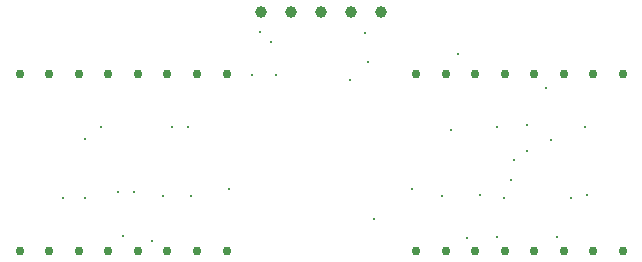
<source format=gbr>
%TF.GenerationSoftware,KiCad,Pcbnew,(6.0.9)*%
%TF.CreationDate,2023-07-18T19:51:58+10:00*%
%TF.ProjectId,VisorPlate2.0,5669736f-7250-46c6-9174-65322e302e6b,rev?*%
%TF.SameCoordinates,Original*%
%TF.FileFunction,Plated,1,2,PTH,Drill*%
%TF.FilePolarity,Positive*%
%FSLAX46Y46*%
G04 Gerber Fmt 4.6, Leading zero omitted, Abs format (unit mm)*
G04 Created by KiCad (PCBNEW (6.0.9)) date 2023-07-18 19:51:58*
%MOMM*%
%LPD*%
G01*
G04 APERTURE LIST*
%TA.AperFunction,ViaDrill*%
%ADD10C,0.300000*%
%TD*%
%TA.AperFunction,ComponentDrill*%
%ADD11C,0.762000*%
%TD*%
%TA.AperFunction,ComponentDrill*%
%ADD12C,1.000000*%
%TD*%
G04 APERTURE END LIST*
D10*
X111200000Y-109000000D03*
X113000000Y-104000000D03*
X113000000Y-109000000D03*
X114400000Y-103000000D03*
X115812299Y-108524500D03*
X116274500Y-112250000D03*
X117229107Y-108487322D03*
X118750000Y-112624500D03*
X119612299Y-108812299D03*
X120401424Y-102998576D03*
X121800000Y-103000000D03*
X122000000Y-108800000D03*
X125250000Y-108250000D03*
X127200000Y-98600000D03*
X127854799Y-94895201D03*
X128750000Y-95750000D03*
X129200000Y-98600000D03*
X135500000Y-99000000D03*
X136750000Y-95000000D03*
X137000000Y-97500000D03*
X137500000Y-110750000D03*
X140750000Y-108250000D03*
X143275500Y-108862250D03*
X144000000Y-103200000D03*
X144600000Y-96800000D03*
X145377532Y-112352028D03*
X146500000Y-108724500D03*
X147895000Y-112294771D03*
X147900000Y-103000000D03*
X148487701Y-109012299D03*
X149100000Y-107500000D03*
X149337685Y-105775500D03*
X150422701Y-105047299D03*
X150435000Y-102835000D03*
X152100000Y-99700000D03*
X152511444Y-104088597D03*
X152966968Y-112313972D03*
X154200000Y-109000000D03*
X155400000Y-103000000D03*
X155500000Y-108700000D03*
D11*
%TO.C,U2*%
X107520000Y-98500000D03*
X107520000Y-113500000D03*
X110020000Y-98500000D03*
X110020000Y-113500000D03*
X112520000Y-98500000D03*
X112520000Y-113500000D03*
X115020000Y-98500000D03*
X115020000Y-113500000D03*
X117520000Y-98500000D03*
X117520000Y-113500000D03*
X120020000Y-98500000D03*
X120020000Y-113500000D03*
X122520000Y-98500000D03*
X122520000Y-113500000D03*
X125020000Y-98500000D03*
X125020000Y-113500000D03*
%TO.C,U4*%
X141080000Y-98500000D03*
X141080000Y-113500000D03*
X143580000Y-98500000D03*
X143580000Y-113500000D03*
X146080000Y-98500000D03*
X146080000Y-113500000D03*
X148580000Y-98500000D03*
X148580000Y-113500000D03*
X151080000Y-98500000D03*
X151080000Y-113500000D03*
X153580000Y-98500000D03*
X153580000Y-113500000D03*
X156080000Y-98500000D03*
X156080000Y-113500000D03*
X158580000Y-98500000D03*
X158580000Y-113500000D03*
D12*
%TO.C,J1*%
X127920000Y-93275000D03*
X130460000Y-93275000D03*
X133000000Y-93275000D03*
X135540000Y-93275000D03*
X138080000Y-93275000D03*
M02*

</source>
